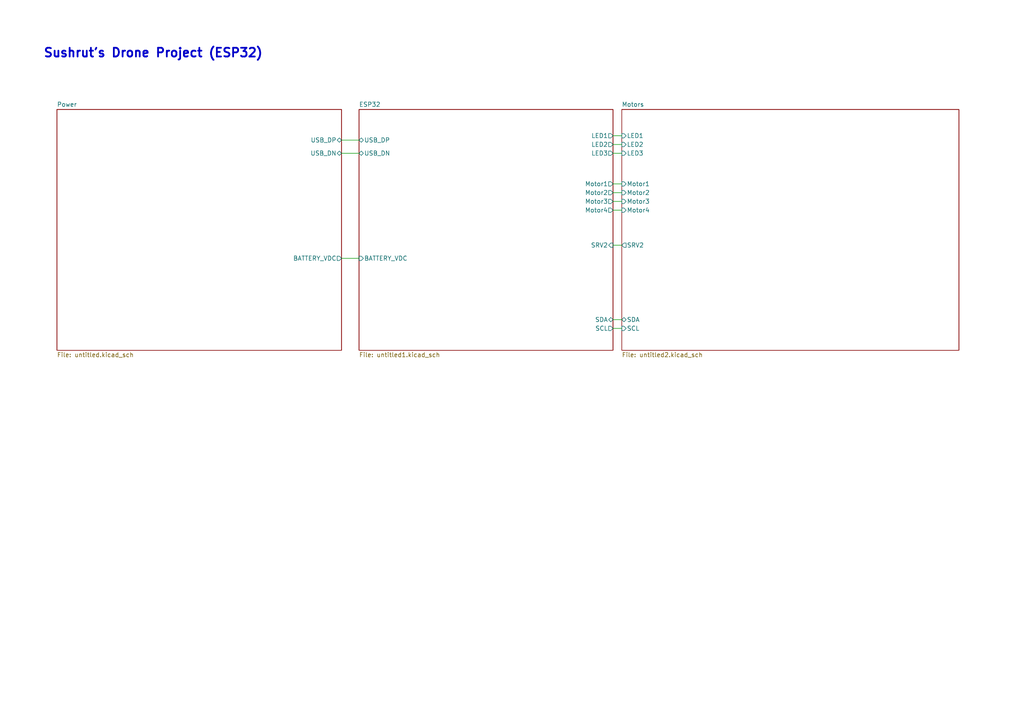
<source format=kicad_sch>
(kicad_sch
	(version 20250114)
	(generator "eeschema")
	(generator_version "9.0")
	(uuid "f719b8ec-3fbb-47ef-a1e2-e3c1970e502b")
	(paper "A4")
	(lib_symbols)
	(text "Sushrut's Drone Project (ESP32)"
		(exclude_from_sim no)
		(at 44.45 15.494 0)
		(effects
			(font
				(size 2.54 2.54)
				(thickness 0.508)
				(bold yes)
			)
		)
		(uuid "d4fc7bef-3701-4cec-a09c-de790a98e54b")
	)
	(wire
		(pts
			(xy 177.8 53.34) (xy 180.34 53.34)
		)
		(stroke
			(width 0)
			(type default)
		)
		(uuid "17ccf100-2279-441f-a288-2cf990b8d1b0")
	)
	(wire
		(pts
			(xy 177.8 58.42) (xy 180.34 58.42)
		)
		(stroke
			(width 0)
			(type default)
		)
		(uuid "222241f1-1fc7-41dd-8b04-596f3431c1b1")
	)
	(wire
		(pts
			(xy 177.8 55.88) (xy 180.34 55.88)
		)
		(stroke
			(width 0)
			(type default)
		)
		(uuid "47f9ed8a-7677-4533-a21f-a9f23e00d2d4")
	)
	(wire
		(pts
			(xy 99.06 74.93) (xy 104.14 74.93)
		)
		(stroke
			(width 0)
			(type default)
		)
		(uuid "57d2ec0c-3721-4d2a-a0eb-8914cd5a2686")
	)
	(wire
		(pts
			(xy 177.8 60.96) (xy 180.34 60.96)
		)
		(stroke
			(width 0)
			(type default)
		)
		(uuid "5a6ab169-2a69-4282-af4f-872391164c12")
	)
	(wire
		(pts
			(xy 177.8 44.45) (xy 180.34 44.45)
		)
		(stroke
			(width 0)
			(type default)
		)
		(uuid "5c0aa1b6-64be-4ef0-9f14-a18e996ee639")
	)
	(wire
		(pts
			(xy 177.8 92.71) (xy 180.34 92.71)
		)
		(stroke
			(width 0)
			(type default)
		)
		(uuid "6a25de25-f977-40a5-9797-65ed3ab777dc")
	)
	(wire
		(pts
			(xy 177.8 71.12) (xy 180.34 71.12)
		)
		(stroke
			(width 0)
			(type default)
		)
		(uuid "b2c91a63-4b8c-4382-a640-3c8cd1f574f4")
	)
	(wire
		(pts
			(xy 99.06 44.45) (xy 104.14 44.45)
		)
		(stroke
			(width 0)
			(type default)
		)
		(uuid "c723234d-400a-4a0e-a631-4ca5ea950846")
	)
	(wire
		(pts
			(xy 177.8 41.91) (xy 180.34 41.91)
		)
		(stroke
			(width 0)
			(type default)
		)
		(uuid "dc6aacd2-09f6-4156-8cdc-a56fd0b5c24f")
	)
	(wire
		(pts
			(xy 177.8 39.37) (xy 180.34 39.37)
		)
		(stroke
			(width 0)
			(type default)
		)
		(uuid "ed8110e9-f846-400e-9113-ac87a94a117d")
	)
	(wire
		(pts
			(xy 99.06 40.64) (xy 104.14 40.64)
		)
		(stroke
			(width 0)
			(type default)
		)
		(uuid "f26c6e63-3b11-40d5-b814-0ba674c1c667")
	)
	(wire
		(pts
			(xy 177.8 95.25) (xy 180.34 95.25)
		)
		(stroke
			(width 0)
			(type default)
		)
		(uuid "fae53774-1be2-430d-983f-a6e5fe41e584")
	)
	(sheet
		(at 180.34 31.75)
		(size 97.79 69.85)
		(exclude_from_sim no)
		(in_bom yes)
		(on_board yes)
		(dnp no)
		(fields_autoplaced yes)
		(stroke
			(width 0.1524)
			(type solid)
		)
		(fill
			(color 0 0 0 0.0000)
		)
		(uuid "3125affe-b3c8-40e0-bf60-f43a9b983a61")
		(property "Sheetname" "Motors"
			(at 180.34 31.0384 0)
			(effects
				(font
					(size 1.27 1.27)
				)
				(justify left bottom)
			)
		)
		(property "Sheetfile" "untitled2.kicad_sch"
			(at 180.34 102.1846 0)
			(effects
				(font
					(size 1.27 1.27)
				)
				(justify left top)
			)
		)
		(pin "Motor1" input
			(at 180.34 53.34 180)
			(uuid "da0470b7-5e5a-444f-bf9c-34533b7c5e0c")
			(effects
				(font
					(size 1.27 1.27)
				)
				(justify left)
			)
		)
		(pin "Motor2" input
			(at 180.34 55.88 180)
			(uuid "2c689bc9-ff5e-41fa-acf2-fea529bbd2a2")
			(effects
				(font
					(size 1.27 1.27)
				)
				(justify left)
			)
		)
		(pin "Motor3" input
			(at 180.34 58.42 180)
			(uuid "a3b9d5a4-8ead-4d74-987b-71f34ba0d5c7")
			(effects
				(font
					(size 1.27 1.27)
				)
				(justify left)
			)
		)
		(pin "Motor4" input
			(at 180.34 60.96 180)
			(uuid "5813a7ca-61c7-423b-a1a4-a3013d20ede6")
			(effects
				(font
					(size 1.27 1.27)
				)
				(justify left)
			)
		)
		(pin "SCL" input
			(at 180.34 95.25 180)
			(uuid "caeac743-2a9e-4710-a5b2-df4262923a7d")
			(effects
				(font
					(size 1.27 1.27)
				)
				(justify left)
			)
		)
		(pin "SDA" bidirectional
			(at 180.34 92.71 180)
			(uuid "e75d24ee-b4fd-436e-8a09-3cf1eacc1680")
			(effects
				(font
					(size 1.27 1.27)
				)
				(justify left)
			)
		)
		(pin "SRV2" output
			(at 180.34 71.12 180)
			(uuid "7c5146c8-c91b-474a-9668-7600879ecb77")
			(effects
				(font
					(size 1.27 1.27)
				)
				(justify left)
			)
		)
		(pin "LED1" input
			(at 180.34 39.37 180)
			(uuid "055fe2a5-23ec-4cc0-b072-6058da2ce560")
			(effects
				(font
					(size 1.27 1.27)
				)
				(justify left)
			)
		)
		(pin "LED2" input
			(at 180.34 41.91 180)
			(uuid "285c7eb6-6198-4e26-807e-67a4c86dbe42")
			(effects
				(font
					(size 1.27 1.27)
				)
				(justify left)
			)
		)
		(pin "LED3" input
			(at 180.34 44.45 180)
			(uuid "8502d02b-66e6-4153-b40f-4ef5c2e89fd3")
			(effects
				(font
					(size 1.27 1.27)
				)
				(justify left)
			)
		)
		(instances
			(project "espdroneea"
				(path "/f719b8ec-3fbb-47ef-a1e2-e3c1970e502b"
					(page "4")
				)
			)
		)
	)
	(sheet
		(at 104.14 31.75)
		(size 73.66 69.85)
		(exclude_from_sim no)
		(in_bom yes)
		(on_board yes)
		(dnp no)
		(fields_autoplaced yes)
		(stroke
			(width 0.1524)
			(type solid)
		)
		(fill
			(color 0 0 0 0.0000)
		)
		(uuid "8f368d72-482c-41e2-8620-89e65983a8bb")
		(property "Sheetname" "ESP32"
			(at 104.14 31.0384 0)
			(effects
				(font
					(size 1.27 1.27)
				)
				(justify left bottom)
			)
		)
		(property "Sheetfile" "untitled1.kicad_sch"
			(at 104.14 102.1846 0)
			(effects
				(font
					(size 1.27 1.27)
				)
				(justify left top)
			)
		)
		(pin "USB_DP" bidirectional
			(at 104.14 40.64 180)
			(uuid "93cab515-bc4e-492f-8542-9e0600f21b17")
			(effects
				(font
					(size 1.27 1.27)
				)
				(justify left)
			)
		)
		(pin "USB_DN" bidirectional
			(at 104.14 44.45 180)
			(uuid "5ecc143a-6f87-45fd-b2ac-f1b06ebbe5a0")
			(effects
				(font
					(size 1.27 1.27)
				)
				(justify left)
			)
		)
		(pin "BATTERY_VDC" input
			(at 104.14 74.93 180)
			(uuid "d5293f1b-c0d7-41b5-949e-9832b90549ce")
			(effects
				(font
					(size 1.27 1.27)
				)
				(justify left)
			)
		)
		(pin "LED1" output
			(at 177.8 39.37 0)
			(uuid "759487da-56d8-4d41-a5f3-0be17cdca547")
			(effects
				(font
					(size 1.27 1.27)
				)
				(justify right)
			)
		)
		(pin "LED2" output
			(at 177.8 41.91 0)
			(uuid "6f7ffdfd-9827-4b3b-a1dd-2e93a71b690a")
			(effects
				(font
					(size 1.27 1.27)
				)
				(justify right)
			)
		)
		(pin "LED3" output
			(at 177.8 44.45 0)
			(uuid "125ef0fe-935c-44f9-9591-3c25d086514e")
			(effects
				(font
					(size 1.27 1.27)
				)
				(justify right)
			)
		)
		(pin "Motor1" output
			(at 177.8 53.34 0)
			(uuid "febd4ef7-4d88-4a06-8471-3caa491bd73e")
			(effects
				(font
					(size 1.27 1.27)
				)
				(justify right)
			)
		)
		(pin "Motor2" output
			(at 177.8 55.88 0)
			(uuid "31af166b-9dcb-4270-a2d5-a0100f4a9d8d")
			(effects
				(font
					(size 1.27 1.27)
				)
				(justify right)
			)
		)
		(pin "Motor3" output
			(at 177.8 58.42 0)
			(uuid "873da550-223c-45ba-a177-c8ab2734e790")
			(effects
				(font
					(size 1.27 1.27)
				)
				(justify right)
			)
		)
		(pin "Motor4" output
			(at 177.8 60.96 0)
			(uuid "243168e3-7bee-483b-b8ff-d5bb3234d8ac")
			(effects
				(font
					(size 1.27 1.27)
				)
				(justify right)
			)
		)
		(pin "SRV2" input
			(at 177.8 71.12 0)
			(uuid "20188939-d99a-46c4-a8bb-c102f3fef5a3")
			(effects
				(font
					(size 1.27 1.27)
				)
				(justify right)
			)
		)
		(pin "SDA" bidirectional
			(at 177.8 92.71 0)
			(uuid "682f5ec0-d8d3-420c-8ea5-d11073c51ce4")
			(effects
				(font
					(size 1.27 1.27)
				)
				(justify right)
			)
		)
		(pin "SCL" output
			(at 177.8 95.25 0)
			(uuid "03425684-f029-4d46-9035-8143e7822b13")
			(effects
				(font
					(size 1.27 1.27)
				)
				(justify right)
			)
		)
		(instances
			(project "espdroneea"
				(path "/f719b8ec-3fbb-47ef-a1e2-e3c1970e502b"
					(page "3")
				)
			)
		)
	)
	(sheet
		(at 16.51 31.75)
		(size 82.55 69.85)
		(exclude_from_sim no)
		(in_bom yes)
		(on_board yes)
		(dnp no)
		(fields_autoplaced yes)
		(stroke
			(width 0.1524)
			(type solid)
		)
		(fill
			(color 0 0 0 0.0000)
		)
		(uuid "dde81803-d8f5-4a5c-b70e-92bb2dc230fd")
		(property "Sheetname" "Power"
			(at 16.51 31.0384 0)
			(effects
				(font
					(size 1.27 1.27)
				)
				(justify left bottom)
			)
		)
		(property "Sheetfile" "untitled.kicad_sch"
			(at 16.51 102.1846 0)
			(effects
				(font
					(size 1.27 1.27)
				)
				(justify left top)
			)
		)
		(pin "USB_DP" bidirectional
			(at 99.06 40.64 0)
			(uuid "94f9eb51-ad7c-41a9-b0f1-31e6dfedff6f")
			(effects
				(font
					(size 1.27 1.27)
				)
				(justify right)
			)
		)
		(pin "USB_DN" bidirectional
			(at 99.06 44.45 0)
			(uuid "a23d0515-b7a6-4c51-b340-30cdbab71555")
			(effects
				(font
					(size 1.27 1.27)
				)
				(justify right)
			)
		)
		(pin "BATTERY_VDC" output
			(at 99.06 74.93 0)
			(uuid "9a5051ac-4519-4acd-b8df-e3d60190060c")
			(effects
				(font
					(size 1.27 1.27)
				)
				(justify right)
			)
		)
		(instances
			(project "espdroneea"
				(path "/f719b8ec-3fbb-47ef-a1e2-e3c1970e502b"
					(page "2")
				)
			)
		)
	)
	(sheet_instances
		(path "/"
			(page "1")
		)
	)
	(embedded_fonts no)
)

</source>
